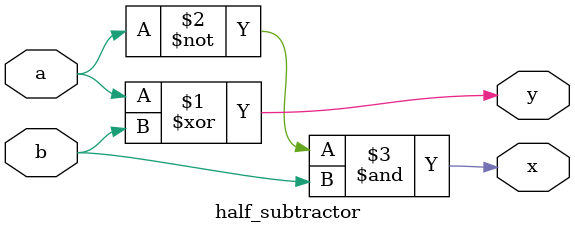
<source format=v>
module half_subtractor(a, b, y, x);
	input a, b;
	output y, x;
	assign y = a ^ b; 
	assign x = (~a) & b; 
endmodule
</source>
